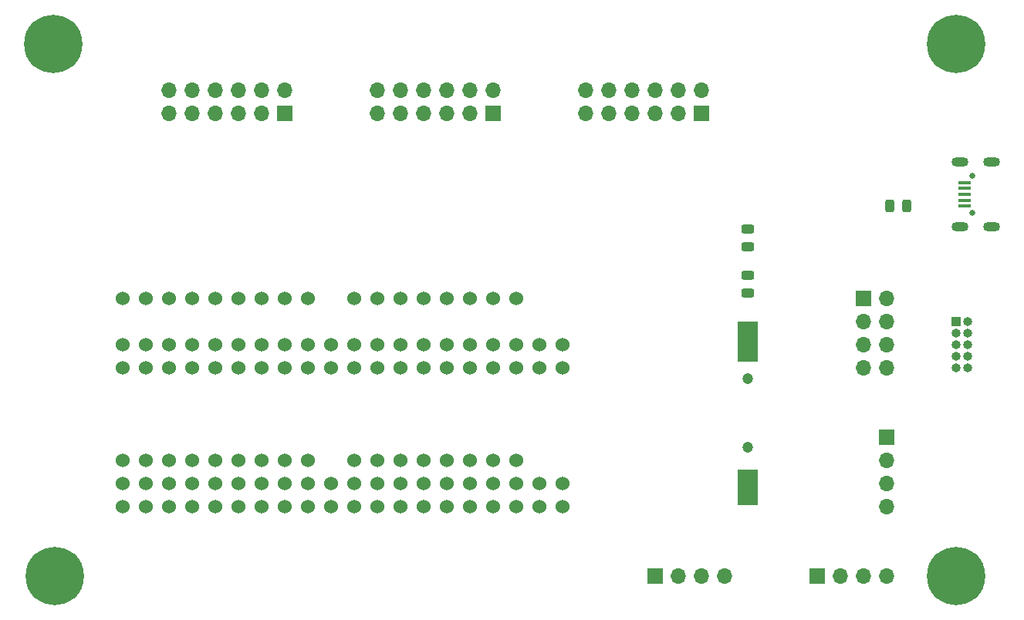
<source format=gbr>
%TF.GenerationSoftware,KiCad,Pcbnew,(6.0.1)*%
%TF.CreationDate,2022-02-05T13:32:01+01:00*%
%TF.ProjectId,ucdev_board,75636465-765f-4626-9f61-72642e6b6963,rev?*%
%TF.SameCoordinates,Original*%
%TF.FileFunction,Soldermask,Top*%
%TF.FilePolarity,Negative*%
%FSLAX46Y46*%
G04 Gerber Fmt 4.6, Leading zero omitted, Abs format (unit mm)*
G04 Created by KiCad (PCBNEW (6.0.1)) date 2022-02-05 13:32:01*
%MOMM*%
%LPD*%
G01*
G04 APERTURE LIST*
G04 Aperture macros list*
%AMRoundRect*
0 Rectangle with rounded corners*
0 $1 Rounding radius*
0 $2 $3 $4 $5 $6 $7 $8 $9 X,Y pos of 4 corners*
0 Add a 4 corners polygon primitive as box body*
4,1,4,$2,$3,$4,$5,$6,$7,$8,$9,$2,$3,0*
0 Add four circle primitives for the rounded corners*
1,1,$1+$1,$2,$3*
1,1,$1+$1,$4,$5*
1,1,$1+$1,$6,$7*
1,1,$1+$1,$8,$9*
0 Add four rect primitives between the rounded corners*
20,1,$1+$1,$2,$3,$4,$5,0*
20,1,$1+$1,$4,$5,$6,$7,0*
20,1,$1+$1,$6,$7,$8,$9,0*
20,1,$1+$1,$8,$9,$2,$3,0*%
G04 Aperture macros list end*
%ADD10C,1.524000*%
%ADD11R,1.700000X1.700000*%
%ADD12O,1.700000X1.700000*%
%ADD13C,1.200000*%
%ADD14R,2.300000X4.400000*%
%ADD15R,2.300000X4.000000*%
%ADD16RoundRect,0.243750X0.456250X-0.243750X0.456250X0.243750X-0.456250X0.243750X-0.456250X-0.243750X0*%
%ADD17RoundRect,0.243750X-0.456250X0.243750X-0.456250X-0.243750X0.456250X-0.243750X0.456250X0.243750X0*%
%ADD18RoundRect,0.243750X-0.243750X-0.456250X0.243750X-0.456250X0.243750X0.456250X-0.243750X0.456250X0*%
%ADD19C,0.800000*%
%ADD20C,6.400000*%
%ADD21C,0.650000*%
%ADD22R,1.400000X0.400000*%
%ADD23O,1.850000X1.050000*%
%ADD24R,1.000000X1.000000*%
%ADD25O,1.000000X1.000000*%
G04 APERTURE END LIST*
D10*
%TO.C,U1*%
X66040000Y-55880000D03*
X68580000Y-55880000D03*
X71120000Y-55880000D03*
X73660000Y-55880000D03*
X76200000Y-55880000D03*
X78740000Y-55880000D03*
X81280000Y-55880000D03*
X83820000Y-55880000D03*
X86360000Y-55880000D03*
X88900000Y-55880000D03*
X91440000Y-55880000D03*
X93980000Y-55880000D03*
X96520000Y-55880000D03*
X99060000Y-55880000D03*
X101600000Y-55880000D03*
X104140000Y-55880000D03*
X106680000Y-55880000D03*
X109220000Y-55880000D03*
X111760000Y-55880000D03*
X114300000Y-55880000D03*
X114300000Y-71120000D03*
X111760000Y-71120000D03*
X109220000Y-71120000D03*
X106680000Y-71120000D03*
X104140000Y-71120000D03*
X101600000Y-71120000D03*
X99060000Y-71120000D03*
X96520000Y-71120000D03*
X93980000Y-71120000D03*
X91440000Y-71120000D03*
X88900000Y-71120000D03*
X86360000Y-71120000D03*
X83820000Y-71120000D03*
X81280000Y-71120000D03*
X78740000Y-71120000D03*
X76200000Y-71120000D03*
X73660000Y-71120000D03*
X71120000Y-71120000D03*
X68580000Y-71120000D03*
X66040000Y-71120000D03*
%TD*%
%TO.C,U2*%
X66040000Y-58420000D03*
X68580000Y-58420000D03*
X71120000Y-58420000D03*
X73660000Y-58420000D03*
X76200000Y-58420000D03*
X78740000Y-58420000D03*
X81280000Y-58420000D03*
X83820000Y-58420000D03*
X86360000Y-58420000D03*
X88900000Y-58420000D03*
X91440000Y-58420000D03*
X93980000Y-58420000D03*
X96520000Y-58420000D03*
X99060000Y-58420000D03*
X101600000Y-58420000D03*
X104140000Y-58420000D03*
X106680000Y-58420000D03*
X109220000Y-58420000D03*
X111760000Y-58420000D03*
X114300000Y-58420000D03*
X114300000Y-73660000D03*
X111760000Y-73660000D03*
X109220000Y-73660000D03*
X106680000Y-73660000D03*
X104140000Y-73660000D03*
X101600000Y-73660000D03*
X99060000Y-73660000D03*
X96520000Y-73660000D03*
X93980000Y-73660000D03*
X91440000Y-73660000D03*
X88900000Y-73660000D03*
X86360000Y-73660000D03*
X83820000Y-73660000D03*
X81280000Y-73660000D03*
X78740000Y-73660000D03*
X76200000Y-73660000D03*
X73660000Y-73660000D03*
X71120000Y-73660000D03*
X68580000Y-73660000D03*
X66040000Y-73660000D03*
%TD*%
D11*
%TO.C,J2*%
X149860000Y-66040000D03*
D12*
X149860000Y-68580000D03*
X149860000Y-71120000D03*
X149860000Y-73660000D03*
%TD*%
D11*
%TO.C,J3*%
X147320000Y-50800000D03*
D12*
X149860000Y-50800000D03*
X147320000Y-53340000D03*
X149860000Y-53340000D03*
X147320000Y-55880000D03*
X149860000Y-55880000D03*
X147320000Y-58420000D03*
X149860000Y-58420000D03*
%TD*%
D11*
%TO.C,PMOD2*%
X83820000Y-30480000D03*
D12*
X83820000Y-27940000D03*
X81280000Y-30480000D03*
X81280000Y-27940000D03*
X78740000Y-30480000D03*
X78740000Y-27940000D03*
X76200000Y-30480000D03*
X76200000Y-27940000D03*
X73660000Y-30480000D03*
X73660000Y-27940000D03*
X71120000Y-30480000D03*
X71120000Y-27940000D03*
%TD*%
D11*
%TO.C,PMOD3*%
X106680000Y-30480000D03*
D12*
X106680000Y-27940000D03*
X104140000Y-30480000D03*
X104140000Y-27940000D03*
X101600000Y-30480000D03*
X101600000Y-27940000D03*
X99060000Y-30480000D03*
X99060000Y-27940000D03*
X96520000Y-30480000D03*
X96520000Y-27940000D03*
X93980000Y-30480000D03*
X93980000Y-27940000D03*
%TD*%
D11*
%TO.C,PMOD4*%
X129540000Y-30480000D03*
D12*
X129540000Y-27940000D03*
X127000000Y-30480000D03*
X127000000Y-27940000D03*
X124460000Y-30480000D03*
X124460000Y-27940000D03*
X121920000Y-30480000D03*
X121920000Y-27940000D03*
X119380000Y-30480000D03*
X119380000Y-27940000D03*
X116840000Y-30480000D03*
X116840000Y-27940000D03*
%TD*%
D13*
%TO.C,BT1*%
X134620000Y-67100000D03*
X134620000Y-59600000D03*
D14*
X134620000Y-55500000D03*
D15*
X134620000Y-71500000D03*
%TD*%
D16*
%TO.C,D2*%
X134620000Y-45085000D03*
X134620000Y-43210000D03*
%TD*%
D17*
%TO.C,D3*%
X134620000Y-48290000D03*
X134620000Y-50165000D03*
%TD*%
D18*
%TO.C,D1*%
X150192500Y-40640000D03*
X152067500Y-40640000D03*
%TD*%
D19*
%TO.C,H1*%
X58420000Y-20460000D03*
X56722944Y-21162944D03*
X56722944Y-24557056D03*
X60820000Y-22860000D03*
D20*
X58420000Y-22860000D03*
D19*
X60117056Y-24557056D03*
X58420000Y-25260000D03*
X60117056Y-21162944D03*
X56020000Y-22860000D03*
%TD*%
%TO.C,H2*%
X159177056Y-21162944D03*
X155080000Y-22860000D03*
X155782944Y-21162944D03*
X157480000Y-20460000D03*
X159880000Y-22860000D03*
D20*
X157480000Y-22860000D03*
D19*
X157480000Y-25260000D03*
X159177056Y-24557056D03*
X155782944Y-24557056D03*
%TD*%
D20*
%TO.C,H3*%
X58560000Y-81280000D03*
D19*
X56160000Y-81280000D03*
X56862944Y-82977056D03*
X60257056Y-79582944D03*
X58560000Y-83680000D03*
X60960000Y-81280000D03*
X60257056Y-82977056D03*
X58560000Y-78880000D03*
X56862944Y-79582944D03*
%TD*%
D21*
%TO.C,J8*%
X159220000Y-41370000D03*
X159220000Y-37370000D03*
D22*
X158400000Y-40670000D03*
X158400000Y-40020000D03*
X158400000Y-39370000D03*
X158400000Y-38720000D03*
X158400000Y-38070000D03*
D23*
X161350000Y-42945000D03*
X157900000Y-35820000D03*
X157900000Y-42945000D03*
X161350000Y-35795000D03*
%TD*%
D24*
%TO.C,J5*%
X157480000Y-53340000D03*
D25*
X158750000Y-53340000D03*
X157480000Y-54610000D03*
X158750000Y-54610000D03*
X157480000Y-55880000D03*
X158750000Y-55880000D03*
X157480000Y-57150000D03*
X158750000Y-57150000D03*
X157480000Y-58420000D03*
X158750000Y-58420000D03*
%TD*%
D10*
%TO.C,U3*%
X66040000Y-50800000D03*
X68580000Y-50800000D03*
X71120000Y-50800000D03*
X73660000Y-50800000D03*
X76200000Y-50800000D03*
X78740000Y-50800000D03*
X81280000Y-50800000D03*
X83820000Y-50800000D03*
X86360000Y-50800000D03*
X91440000Y-50800000D03*
X93980000Y-50800000D03*
X96520000Y-50800000D03*
X99060000Y-50800000D03*
X101600000Y-50800000D03*
X104140000Y-50800000D03*
X106680000Y-50800000D03*
X109220000Y-50800000D03*
X109220000Y-68580000D03*
X106680000Y-68580000D03*
X104140000Y-68580000D03*
X101600000Y-68580000D03*
X99060000Y-68580000D03*
X96520000Y-68580000D03*
X93980000Y-68580000D03*
X91440000Y-68580000D03*
X86360000Y-68580000D03*
X83820000Y-68580000D03*
X81280000Y-68580000D03*
X78740000Y-68580000D03*
X76200000Y-68580000D03*
X73660000Y-68580000D03*
X71120000Y-68580000D03*
X68580000Y-68580000D03*
X66040000Y-68580000D03*
%TD*%
D19*
%TO.C,H4*%
X157480000Y-78880000D03*
X155782944Y-79582944D03*
X155080000Y-81280000D03*
D20*
X157480000Y-81280000D03*
D19*
X159177056Y-82977056D03*
X159880000Y-81280000D03*
X157480000Y-83680000D03*
X155782944Y-82977056D03*
X159177056Y-79582944D03*
%TD*%
D11*
%TO.C,J1*%
X124460000Y-81280000D03*
D12*
X127000000Y-81280000D03*
X129540000Y-81280000D03*
X132080000Y-81280000D03*
%TD*%
D11*
%TO.C,J4*%
X142240000Y-81280000D03*
D12*
X144780000Y-81280000D03*
X147320000Y-81280000D03*
X149860000Y-81280000D03*
%TD*%
M02*

</source>
